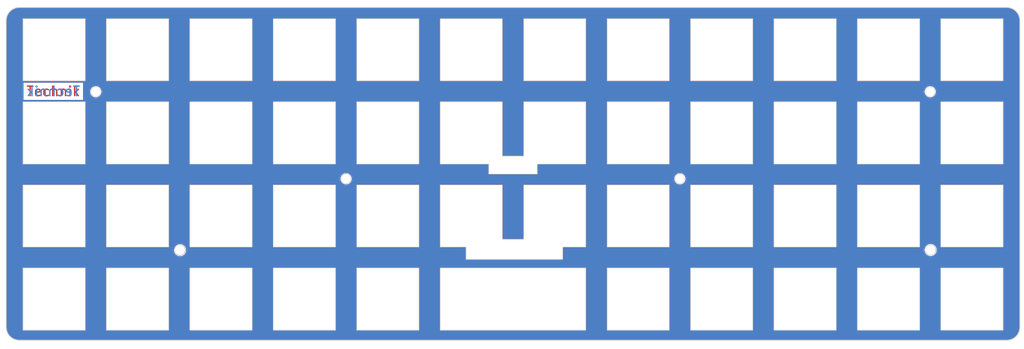
<source format=kicad_pcb>
(kicad_pcb (version 20221018) (generator pcbnew)
  (layers (0 "F.Cu" signal) (31 "B.Cu" signal) (34 "B.Paste" user) (35 "F.Paste" user) (36 "B.SilkS" user "B.Silkscreen") (37 "F.SilkS" user "F.Silkscreen") (38 "B.Mask" user) (39 "F.Mask" user) (44 "Edge.Cuts" user))
  (net 0 "")
  (footprint "MountingHole:MountingHole_2.1mm" (layer "F.Cu") (at 33.50132 32.29708)
    (fp_text reference "REF**")
    (fp_text value "MountingHole_2.1mm")
    (pad "" thru_hole circle (at 0 0) (size 2.2 2.2) (drill 2.1) (layers "*.Cu" "*.Mask"))
  )
  (footprint "MountingHole:MountingHole_2.1mm" (layer "F.Cu") (at 166.85132 52.21068)
    (fp_text reference "REF**")
    (fp_text value "MountingHole_2.1mm")
    (pad "" thru_hole circle (at 0 0) (size 2.2 2.2) (drill 2.1) (layers "*.Cu" "*.Mask"))
  )
  (footprint "MountingHole:MountingHole_2.1mm" (layer "F.Cu") (at 224.10292 68.49208)
    (fp_text reference "REF**")
    (fp_text value "MountingHole_2.1mm")
    (pad "" thru_hole circle (at 0 0) (size 2.4 2.4) (drill 2.3) (layers "*.Cu" "*.Mask"))
  )
  (footprint "MountingHole:MountingHole_2.1mm" (layer "F.Cu") (at 224.00132 32.29708)
    (fp_text reference "REF**")
    (fp_text value "MountingHole_2.1mm")
    (pad "" thru_hole circle (at 0 0) (size 2.2 2.2) (drill 2.1) (layers "*.Cu" "*.Mask"))
  )
  (footprint "MountingHole:MountingHole_2.1mm" (layer "F.Cu") (at 90.65132 52.21068)
    (fp_text reference "REF**")
    (fp_text value "MountingHole_2.1mm")
    (pad "" thru_hole circle (at 0 0) (size 2.2 2.2) (drill 2.1) (layers "*.Cu" "*.Mask"))
  )
  (footprint "MountingHole:MountingHole_2.1mm" (layer "F.Cu") (at 52.74292 68.52388)
    (fp_text reference "REF**")
    (fp_text value "MountingHole_2.1mm")
    (pad "" thru_hole circle (at 0 0) (size 2.4 2.4) (drill 2.3) (layers "*.Cu" "*.Mask"))
  )
  (gr_line (start 107.25492 48.78248) (end 93.10492 48.78248) (stroke (width 0.1)) (layer "Edge.Cuts"))
  (gr_line (start 126.30492 47.05648) (end 131.20492 47.05648) (stroke (width 0.1)) (layer "Edge.Cuts"))
  (gr_line (start 93.10492 53.63248) (end 107.25492 53.63248) (stroke (width 0.1)) (layer "Edge.Cuts"))
  (gr_line (start 134.25292 48.78248) (end 134.24992 51.08368) (stroke (width 0.1)) (layer "Edge.Cuts"))
  (gr_line (start 240.60492 48.78248) (end 226.45492 48.78248) (stroke (width 0.1)) (layer "Edge.Cuts"))
  (gr_line (start 55.00492 53.63248) (end 69.15492 53.63248) (stroke (width 0.1)) (layer "Edge.Cuts"))
  (gr_line (start 145.35492 48.78248) (end 134.25292 48.78248) (stroke (width 0.1)) (layer "Edge.Cuts"))
  (gr_line (start 16.90492 72.63248) (end 31.05492 72.63248) (stroke (width 0.1)) (layer "Edge.Cuts"))
  (gr_line (start 35.95492 48.78248) (end 35.95492 34.63248) (stroke (width 0.1)) (layer "Edge.Cuts"))
  (gr_line (start 240.60492 72.63248) (end 240.60492 86.78248) (stroke (width 0.1)) (layer "Edge.Cuts"))
  (gr_line (start 164.40492 29.78248) (end 150.25492 29.78248) (stroke (width 0.1)) (layer "Edge.Cuts"))
  (gr_arc (start 244.46538 86.1237) (mid 243.5867 88.24502) (end 241.46538 89.1237) (stroke (width 0.2)) (layer "Edge.Cuts"))
  (gr_line (start 202.50492 67.78248) (end 188.35492 67.78248) (stroke (width 0.1)) (layer "Edge.Cuts"))
  (gr_arc (start 13.04538 16.0237) (mid 13.92406 13.90238) (end 16.04538 13.0237) (stroke (width 0.2)) (layer "Edge.Cuts"))
  (gr_line (start 221.55492 15.63248) (end 221.55492 29.78248) (stroke (width 0.1)) (layer "Edge.Cuts"))
  (gr_line (start 31.05492 67.78248) (end 16.90492 67.78248) (stroke (width 0.1)) (layer "Edge.Cuts"))
  (gr_line (start 16.90492 67.78248) (end 16.90492 53.63248) (stroke (width 0.1)) (layer "Edge.Cuts"))
  (gr_line (start 69.15492 86.78248) (end 55.00492 86.78248) (stroke (width 0.1)) (layer "Edge.Cuts"))
  (gr_line (start 183.45492 48.78248) (end 169.30492 48.78248) (stroke (width 0.1)) (layer "Edge.Cuts"))
  (gr_line (start 69.15492 15.63248) (end 69.15492 29.78248) (stroke (width 0.1)) (layer "Edge.Cuts"))
  (gr_line (start 188.35492 86.78248) (end 188.35492 72.63248) (stroke (width 0.1)) (layer "Edge.Cuts"))
  (gr_line (start 150.25492 86.78248) (end 150.25492 72.63248) (stroke (width 0.1)) (layer "Edge.Cuts"))
  (gr_line (start 183.45492 67.78248) (end 169.30492 67.78248) (stroke (width 0.1)) (layer "Edge.Cuts"))
  (gr_line (start 221.55492 86.78248) (end 207.40492 86.78248) (stroke (width 0.1)) (layer "Edge.Cuts"))
  (gr_line (start 202.50492 53.63248) (end 202.50492 67.78248) (stroke (width 0.1)) (layer "Edge.Cuts"))
  (gr_line (start 169.30492 67.78248) (end 169.30492 53.63248) (stroke (width 0.1)) (layer "Edge.Cuts"))
  (gr_line (start 207.40492 34.63248) (end 221.55492 34.63248) (stroke (width 0.1)) (layer "Edge.Cuts"))
  (gr_circle (center 224.00538 32.2987) (end 225.00538 32.2987) (stroke (width 0.2)) (fill none) (layer "Edge.Cuts"))
  (gr_circle (center 33.50538 32.2987) (end 34.50538 32.2987) (stroke (width 0.2)) (fill none) (layer "Edge.Cuts"))
  (gr_line (start 88.20492 72.63248) (end 88.20492 86.78248) (stroke (width 0.1)) (layer "Edge.Cuts"))
  (gr_line (start 226.45492 86.78248) (end 226.45492 72.63248) (stroke (width 0.1)) (layer "Edge.Cuts"))
  (gr_line (start 240.60492 67.78248) (end 226.45492 67.78248) (stroke (width 0.1)) (layer "Edge.Cuts"))
  (gr_line (start 50.10492 29.78248) (end 35.95492 29.78248) (stroke (width 0.1)) (layer "Edge.Cuts"))
  (gr_line (start 145.35492 15.63248) (end 145.35492 29.78248) (stroke (width 0.1)) (layer "Edge.Cuts"))
  (gr_line (start 74.05492 72.63248) (end 88.20492 72.63248) (stroke (width 0.1)) (layer "Edge.Cuts"))
  (gr_line (start 31.05492 86.78248) (end 16.90492 86.78248) (stroke (width 0.1)) (layer "Edge.Cuts"))
  (gr_line (start 226.45492 34.63248) (end 240.60492 34.63248) (stroke (width 0.1)) (layer "Edge.Cuts"))
  (gr_line (start 169.30492 48.78248) (end 169.30492 34.63248) (stroke (width 0.1)) (layer "Edge.Cuts"))
  (gr_line (start 126.30492 53.63248) (end 126.30492 66.05648) (stroke (width 0.1)) (layer "Edge.Cuts"))
  (gr_line (start 169.30492 29.78248) (end 169.30492 15.63248) (stroke (width 0.1)) (layer "Edge.Cuts"))
  (gr_line (start 107.25492 15.63248) (end 107.25492 29.78248) (stroke (width 0.1)) (layer "Edge.Cuts"))
  (gr_line (start 69.15492 53.63248) (end 69.15492 67.78248) (stroke (width 0.1)) (layer "Edge.Cuts"))
  (gr_line (start 183.45492 72.63248) (end 183.45492 86.78248) (stroke (width 0.1)) (layer "Edge.Cuts"))
  (gr_line (start 35.95492 53.63248) (end 50.10492 53.63248) (stroke (width 0.1)) (layer "Edge.Cuts"))
  (gr_line (start 164.40492 86.78248) (end 150.25492 86.78248) (stroke (width 0.1)) (layer "Edge.Cuts"))
  (gr_line (start 93.10492 67.78248) (end 93.10492 53.63248) (stroke (width 0.1)) (layer "Edge.Cuts"))
  (gr_line (start 145.35492 67.78248) (end 140.05292 67.78088) (stroke (width 0.1)) (layer "Edge.Cuts"))
  (gr_line (start 50.10492 67.78248) (end 35.95492 67.78248) (stroke (width 0.1)) (layer "Edge.Cuts"))
  (gr_line (start 126.30492 34.63248) (end 126.30492 47.05648) (stroke (width 0.1)) (layer "Edge.Cuts"))
  (gr_line (start 188.35492 53.63248) (end 202.50492 53.63248) (stroke (width 0.1)) (layer "Edge.Cuts"))
  (gr_line (start 202.50492 34.63248) (end 202.50492 48.78248) (stroke (width 0.1)) (layer "Edge.Cuts"))
  (gr_line (start 244.46538 86.1237) (end 244.46538 16.0237) (stroke (width 0.2)) (layer "Edge.Cuts"))
  (gr_line (start 188.35492 72.63248) (end 202.50492 72.63248) (stroke (width 0.1)) (layer "Edge.Cuts"))
  (gr_line (start 55.00492 72.63248) (end 69.15492 72.63248) (stroke (width 0.1)) (layer "Edge.Cuts"))
  (gr_line (start 164.40492 53.63248) (end 164.40492 67.78248) (stroke (width 0.1)) (layer "Edge.Cuts"))
  (gr_line (start 140.04992 70.58248) (end 140.05292 67.78088) (stroke (width 0.1)) (layer "Edge.Cuts"))
  (gr_line (start 50.10492 15.63248) (end 50.10492 29.78248) (stroke (width 0.1)) (layer "Edge.Cuts"))
  (gr_line (start 226.45492 72.63248) (end 240.60492 72.63248) (stroke (width 0.1)) (layer "Edge.Cuts"))
  (gr_line (start 88.20492 48.78248) (end 74.05492 48.78248) (stroke (width 0.1)) (layer "Edge.Cuts"))
  (gr_line (start 131.20492 29.78248) (end 131.20492 15.63248) (stroke (width 0.1)) (layer "Edge.Cuts"))
  (gr_line (start 93.10492 72.63248) (end 107.25492 72.63248) (stroke (width 0.1)) (layer "Edge.Cuts"))
  (gr_line (start 107.25492 67.78248) (end 93.10492 67.78248) (stroke (width 0.1)) (layer "Edge.Cuts"))
  (gr_line (start 112.15492 29.78248) (end 112.15492 15.63248) (stroke (width 0.1)) (layer "Edge.Cuts"))
  (gr_line (start 74.05492 67.78248) (end 74.05492 53.63248) (stroke (width 0.1)) (layer "Edge.Cuts"))
  (gr_line (start 112.15492 86.78248) (end 112.15492 72.63248) (stroke (width 0.1)) (layer "Edge.Cuts"))
  (gr_line (start 207.40492 15.63248) (end 221.55492 15.63248) (stroke (width 0.1)) (layer "Edge.Cuts"))
  (gr_line (start 169.30492 86.78248) (end 169.30492 72.63248) (stroke (width 0.1)) (layer "Edge.Cuts"))
  (gr_line (start 221.55492 72.63248) (end 221.55492 86.78248) (stroke (width 0.1)) (layer "Edge.Cuts"))
  (gr_line (start 69.15492 29.78248) (end 55.00492 29.78248) (stroke (width 0.1)) (layer "Edge.Cuts"))
  (gr_line (start 150.25492 34.63248) (end 164.40492 34.63248) (stroke (width 0.1)) (layer "Edge.Cuts"))
  (gr_line (start 188.35492 15.63248) (end 202.50492 15.63248) (stroke (width 0.1)) (layer "Edge.Cuts"))
  (gr_line (start 126.30492 29.78248) (end 112.15492 29.78248) (stroke (width 0.1)) (layer "Edge.Cuts"))
  (gr_circle (center 52.55538 68.3987) (end 53.55538 68.3987) (stroke (width 0.2)) (fill none) (layer "Edge.Cuts"))
  (gr_line (start 55.00492 34.63248) (end 69.15492 34.63248) (stroke (width 0.1)) (layer "Edge.Cuts"))
  (gr_line (start 69.15492 72.63248) (end 69.15492 86.78248) (stroke (width 0.1)) (layer "Edge.Cuts"))
  (gr_line (start 93.10492 48.78248) (end 93.10492 34.63248) (stroke (width 0.1)) (layer "Edge.Cuts"))
  (gr_line (start 240.60492 86.78248) (end 226.45492 86.78248) (stroke (width 0.1)) (layer "Edge.Cuts"))
  (gr_line (start 112.15492 15.63248) (end 126.30492 15.63248) (stroke (width 0.1)) (layer "Edge.Cuts"))
  (gr_line (start 93.10492 29.78248) (end 93.10492 15.63248) (stroke (width 0.1)) (layer "Edge.Cuts"))
  (gr_line (start 88.20492 34.63248) (end 88.20492 48.78248) (stroke (width 0.1)) (layer "Edge.Cuts"))
  (gr_line (start 221.55492 48.78248) (end 207.40492 48.78248) (stroke (width 0.1)) (layer "Edge.Cuts"))
  (gr_line (start 88.20492 15.63248) (end 88.20492 29.78248) (stroke (width 0.1)) (layer "Edge.Cuts"))
  (gr_line (start 107.25492 86.78248) (end 93.10492 86.78248) (stroke (width 0.1)) (layer "Edge.Cuts"))
  (gr_line (start 134.24992 51.08368) (end 123.24992 51.08368) (stroke (width 0.1)) (layer "Edge.Cuts"))
  (gr_line (start 240.60492 29.78248) (end 226.45492 29.78248) (stroke (width 0.1)) (layer "Edge.Cuts"))
  (gr_line (start 240.60492 53.63248) (end 240.60492 67.78248) (stroke (width 0.1)) (layer "Edge.Cuts"))
  (gr_line (start 123.24992 51.08368) (end 123.25292 48.78248) (stroke (width 0.1)) (layer "Edge.Cuts"))
  (gr_line (start 188.35492 67.78248) (end 188.35492 53.63248) (stroke (width 0.1)) (layer "Edge.Cuts"))
  (gr_line (start 150.25492 29.78248) (end 150.25492 15.63248) (stroke (width 0.1)) (layer "Edge.Cuts"))
  (gr_line (start 74.05492 15.63248) (end 88.20492 15.63248) (stroke (width 0.1)) (layer "Edge.Cuts"))
  (gr_line (start 107.25492 53.63248) (end 107.25492 67.78248) (stroke (width 0.1)) (layer "Edge.Cuts"))
  (gr_line (start 74.05492 86.78248) (end 74.05492 72.63248) (stroke (width 0.1)) (layer "Edge.Cuts"))
  (gr_line (start 35.95492 86.78248) (end 35.95492 72.63248) (stroke (width 0.1)) (layer "Edge.Cuts"))
  (gr_line (start 88.20492 86.78248) (end 74.05492 86.78248) (stroke (width 0.1)) (layer "Edge.Cuts"))
  (gr_line (start 69.15492 67.78248) (end 55.00492 67.78248) (stroke (width 0.1)) (layer "Edge.Cuts"))
  (gr_line (start 112.15492 48.78248) (end 112.15492 34.63248) (stroke (width 0.1)) (layer "Edge.Cuts"))
  (gr_line (start 202.50492 48.78248) (end 188.35492 48.78248) (stroke (width 0.1)) (layer "Edge.Cuts"))
  (gr_line (start 16.04538 89.1237) (end 241.46538 89.1237) (stroke (width 0.2)) (layer "Edge.Cuts"))
  (gr_line (start 35.95492 72.63248) (end 50.10492 72.63248) (stroke (width 0.1)) (layer "Edge.Cuts"))
  (gr_line (start 169.30492 15.63248) (end 183.45492 15.63248) (stroke (width 0.1)) (layer "Edge.Cuts"))
  (gr_circle (center 166.85538 52.1987) (end 167.85538 52.1987) (stroke (width 0.2)) (fill none) (layer "Edge.Cuts"))
  (gr_line (start 226.45492 15.63248) (end 240.60492 15.63248) (stroke (width 0.1)) (layer "Edge.Cuts"))
  (gr_line (start 31.05492 15.63248) (end 31.05492 29.78248) (stroke (width 0.1)) (layer "Edge.Cuts"))
  (gr_line (start 35.95492 67.78248) (end 35.95492 53.63248) (stroke (width 0.1)) (layer "Edge.Cuts"))
  (gr_line (start 118.04992 70.58248) (end 118.05292 67.78088) (stroke (width 0.1)) (layer "Edge.Cuts"))
  (gr_line (start 164.40492 67.78248) (end 150.25492 67.78248) (stroke (width 0.1)) (layer "Edge.Cuts"))
  (gr_circle (center 90.65538 52.1987) (end 91.65538 52.1987) (stroke (width 0.2)) (fill none) (layer "Edge.Cuts"))
  (gr_line (start 207.40492 67.78248) (end 207.40492 53.63248) (stroke (width 0.1)) (layer "Edge.Cuts"))
  (gr_line (start 164.40492 72.63248) (end 164.40492 86.78248) (stroke (width 0.1)) (layer "Edge.Cuts"))
  (gr_line (start 16.90492 86.78248) (end 16.90492 72.63248) (stroke (width 0.1)) (layer "Edge.Cuts"))
  (gr_line (start 126.30492 15.63248) (end 126.30492 29.78248) (stroke (width 0.1)) (layer "Edge.Cuts"))
  (gr_line (start 16.90492 48.78248) (end 16.90492 34.63248) (stroke (width 0.1)) (layer "Edge.Cuts"))
  (gr_line (start 93.10492 34.63248) (end 107.25492 34.63248) (stroke (width 0.1)) (layer "Edge.Cuts"))
  (gr_line (start 183.45492 53.63248) (end 183.45492 67.78248) (stroke (width 0.1)) (layer "Edge.Cuts"))
  (gr_line (start 131.20492 15.63248) (end 145.35492 15.63248) (stroke (width 0.1)) (layer "Edge.Cuts"))
  (gr_line (start 55.00492 29.78248) (end 55.00492 15.63248) (stroke (width 0.1)) (layer "Edge.Cuts"))
  (gr_line (start 112.15492 67.78248) (end 112.15492 53.63248) (stroke (width 0.1)) (layer "Edge.Cuts"))
  (gr_line (start 35.95492 29.78248) (end 35.95492 15.63248) (stroke (width 0.1)) (layer "Edge.Cuts"))
  (gr_line (start 35.95492 34.63248) (end 50.10492 34.63248) (stroke (width 0.1)) (layer "Edge.Cuts"))
  (gr_line (start 107.25492 72.63248) (end 107.25492 86.78248) (stroke (width 0.1)) (layer "Edge.Cuts"))
  (gr_line (start 123.25292 48.78248) (end 112.15492 48.78248) (stroke (width 0.1)) (layer "Edge.Cuts"))
  (gr_line (start 88.20492 29.78248) (end 74.05492 29.78248) (stroke (width 0.1)) (layer "Edge.Cuts"))
  (gr_line (start 55.00492 48.78248) (end 55.00492 34.63248) (stroke (width 0.1)) (layer "Edge.Cuts"))
  (gr_line (start 31.05492 48.78248) (end 16.90492 48.78248) (stroke (width 0.1)) (layer "Edge.Cuts"))
  (gr_line (start 183.45492 34.63248) (end 183.45492 48.78248) (stroke (width 0.1)) (layer "Edge.Cuts"))
  (gr_line (start 74.05492 53.63248) (end 88.20492 53.63248) (stroke (width 0.1)) (layer "Edge.Cuts"))
  (gr_line (start 240.60492 15.63248) (end 240.60492 29.78248) (stroke (width 0.1)) (layer "Edge.Cuts"))
  (gr_line (start 74.05492 48.78248) (end 74.05492 34.63248) (stroke (width 0.1)) (layer "Edge.Cuts"))
  (gr_line (start 35.95492 15.63248) (end 50.10492 15.63248) (stroke (width 0.1)) (layer "Edge.Cuts"))
  (gr_line (start 131.20492 34.63248) (end 145.35492 34.63248) (stroke (width 0.1)) (layer "Edge.Cuts"))
  (gr_line (start 69.15492 48.78248) (end 55.00492 48.78248) (stroke (width 0.1)) (layer "Edge.Cuts"))
  (gr_line (start 183.45492 86.78248) (end 169.30492 86.78248) (stroke (width 0.1)) (layer "Edge.Cuts"))
  (gr_line (start 112.15492 34.63248) (end 126.30492 34.63248) (stroke (width 0.1)) (layer "Edge.Cuts"))
  (gr_line (start 226.45492 53.63248) (end 240.60492 53.63248) (stroke (width 0.1)) (layer "Edge.Cuts"))
  (gr_line (start 145.35492 53.63248) (end 145.35492 67.78248) (stroke (width 0.1)) (layer "Edge.Cuts"))
  (gr_line (start 16.90492 15.63248) (end 31.05492 15.63248) (stroke (width 0.1)) (layer "Edge.Cuts"))
  (gr_line (start 169.30492 53.63248) (end 183.45492 53.63248) (stroke (width 0.1)) (layer "Edge.Cuts"))
  (gr_line (start 207.40492 86.78248) (end 207.40492 72.63248) (stroke (width 0.1)) (layer "Edge.Cuts"))
  (gr_line (start 221.55492 29.78248) (end 207.40492 29.78248) (stroke (width 0.1)) (layer "Edge.Cuts"))
  (gr_line (start 202.50492 15.63248) (end 202.50492 29.78248) (stroke (width 0.1)) (layer "Edge.Cuts"))
  (gr_line (start 202.50492 29.78248) (end 188.35492 29.78248) (stroke (width 0.1)) (layer "Edge.Cuts"))
  (gr_line (start 202.50492 86.78248) (end 188.35492 86.78248) (stroke (width 0.1)) (layer "Edge.Cuts"))
  (gr_line (start 16.90492 34.63248) (end 31.05492 34.63248) (stroke (width 0.1)) (layer "Edge.Cuts"))
  (gr_line (start 112.15492 53.63248) (end 126.30492 53.63248) (stroke (width 0.1)) (layer "Edge.Cuts"))
  (gr_arc (start 16.04538 89.1237) (mid 13.92406 88.24502) (end 13.04538 86.1237) (stroke (width 0.2)) (layer "Edge.Cuts"))
  (gr_line (start 221.55492 53.63248) (end 221.55492 67.78248) (stroke (width 0.1)) (layer "Edge.Cuts"))
  (gr_line (start 74.05492 34.63248) (end 88.20492 34.63248) (stroke (width 0.1)) (layer "Edge.Cuts"))
  (gr_line (start 207.40492 53.63248) (end 221.55492 53.63248) (stroke (width 0.1)) (layer "Edge.Cuts"))
  (gr_line (start 131.20492 53.63248) (end 145.35492 53.63248) (stroke (width 0.1)) (layer "Edge.Cuts"))
  (gr_line (start 221.55492 67.78248) (end 207.40492 67.78248) (stroke (width 0.1)) (layer "Edge.Cuts"))
  (gr_line (start 150.25492 48.78248) (end 150.25492 34.63248) (stroke (width 0.1)) (layer "Edge.Cuts"))
  (gr_line (start 31.05492 53.63248) (end 31.05492 67.78248) (stroke (width 0.1)) (layer "Edge.Cuts"))
  (gr_line (start 74.05492 29.78248) (end 74.05492 15.63248) (stroke (width 0.1)) (layer "Edge.Cuts"))
  (gr_line (start 226.45492 67.78248) (end 226.45492 53.63248) (stroke (width 0.1)) (layer "Edge.Cuts"))
  (gr_line (start 150.25492 72.63248) (end 164.40492 72.63248) (stroke (width 0.1)) (layer "Edge.Cuts"))
  (gr_line (start 226.45492 48.78248) (end 226.45492 34.63248) (stroke (width 0.1)) (layer "Edge.Cuts"))
  (gr_line (start 131.20492 47.05648) (end 131.20492 34.63248) (stroke (width 0.1)) (layer "Edge.Cuts"))
  (gr_line (start 50.10492 48.78248) (end 35.95492 48.78248) (stroke (width 0.1)) (layer "Edge.Cuts"))
  (gr_line (start 145.35492 72.63248) (end 145.35492 86.78248) (stroke (width 0.1)) (layer "Edge.Cuts"))
  (gr_line (start 221.55492 34.63248) (end 221.55492 48.78248) (stroke (width 0.1)) (layer "Edge.Cuts"))
  (gr_line (start 188.35492 34.63248) (end 202.50492 34.63248) (stroke (width 0.1)) (layer "Edge.Cuts"))
  (gr_line (start 112.15492 72.63248) (end 145.35492 72.63248) (stroke (width 0.1)) (layer "Edge.Cuts"))
  (gr_line (start 202.50492 72.63248) (end 202.50492 86.78248) (stroke (width 0.1)) (layer "Edge.Cuts"))
  (gr_line (start 145.35492 34.63248) (end 145.35492 48.78248) (stroke (width 0.1)) (layer "Edge.Cuts"))
  (gr_line (start 88.20492 67.78248) (end 74.05492 67.78248) (stroke (width 0.1)) (layer "Edge.Cuts"))
  (gr_line (start 164.40492 34.63248) (end 164.40492 48.78248) (stroke (width 0.1)) (layer "Edge.Cuts"))
  (gr_line (start 16.90492 29.78248) (end 16.90492 15.63248) (stroke (width 0.1)) (layer "Edge.Cuts"))
  (gr_line (start 31.05492 29.78248) (end 16.90492 29.78248) (stroke (width 0.1)) (layer "Edge.Cuts"))
  (gr_line (start 207.40492 29.78248) (end 207.40492 15.63248) (stroke (width 0.1)) (layer "Edge.Cuts"))
  (gr_line (start 50.10492 86.78248) (end 35.95492 86.78248) (stroke (width 0.1)) (layer "Edge.Cuts"))
  (gr_line (start 118.05292 67.78088) (end 112.15492 67.78248) (stroke (width 0.1)) (layer "Edge.Cuts"))
  (gr_line (start 129.04992 70.58248) (end 118.04992 70.58248) (stroke (width 0.1)) (layer "Edge.Cuts"))
  (gr_line (start 107.25492 29.78248) (end 93.10492 29.78248) (stroke (width 0.1)) (layer "Edge.Cuts"))
  (gr_line (start 183.45492 29.78248) (end 169.30492 29.78248) (stroke (width 0.1)) (layer "Edge.Cuts"))
  (gr_line (start 140.04992 70.58248) (end 129.04992 70.58248) (stroke (width 0.1)) (layer "Edge.Cuts"))
  (gr_line (start 13.04538 16.0237) (end 13.04538 86.1237) (stroke (width 0.2)) (layer "Edge.Cuts"))
  (gr_line (start 69.15492 34.63248) (end 69.15492 48.78248) (stroke (width 0.1)) (layer "Edge.Cuts"))
  (gr_line (start 50.10492 34.63248) (end 50.10492 48.78248) (stroke (width 0.1)) (layer "Edge.Cuts"))
  (gr_line (start 93.10492 15.63248) (end 107.25492 15.63248) (stroke (width 0.1)) (layer "Edge.Cuts"))
  (gr_line (start 169.30492 72.63248) (end 183.45492 72.63248) (stroke (width 0.1)) (layer "Edge.Cuts"))
  (gr_line (start 164.40492 15.63248) (end 164.40492 29.78248) (stroke (width 0.1)) (layer "Edge.Cuts"))
  (gr_line (start 145.35492 29.78248) (end 131.20492 29.78248) (stroke (width 0.1)) (layer "Edge.Cuts"))
  (gr_line (start 55.00492 86.78248) (end 55.00492 72.63248) (stroke (width 0.1)) (layer "Edge.Cuts"))
  (gr_line (start 164.40492 48.78248) (end 150.25492 48.78248) (stroke (width 0.1)) (layer "Edge.Cuts"))
  (gr_line (start 150.25492 67.78248) (end 150.25492 53.63248) (stroke (width 0.1)) (layer "Edge.Cuts"))
  (gr_line (start 55.00492 67.78248) (end 55.00492 53.63248) (stroke (width 0.1)) (layer "Edge.Cuts"))
  (gr_line (start 31.05492 34.63248) (end 31.05492 48.78248) (stroke (width 0.1)) (layer "Edge.Cuts"))
  (gr_line (start 207.40492 48.78248) (end 207.40492 34.63248) (stroke (width 0.1)) (layer "Edge.Cuts"))
  (gr_line (start 150.25492 15.63248) (end 164.40492 15.63248) (stroke (width 0.1)) (layer "Edge.Cuts"))
  (gr_line (start 145.35492 86.78248) (end 112.15492 86.78248) (stroke (width 0.1)) (layer "Edge.Cuts"))
  (gr_line (start 31.05492 72.63248) (end 31.05492 86.78248) (stroke (width 0.1)) (layer "Edge.Cuts"))
  (gr_line (start 126.30492 66.05648) (end 131.20492 66.05648) (stroke (width 0.1)) (layer "Edge.Cuts"))
  (gr_line (start 131.20492 66.05648) (end 131.20492 53.63248) (stroke (width 0.1)) (layer "Edge.Cuts"))
  (gr_arc (start 241.46538 13.0237) (mid 243.5867 13.90238) (end 244.46538 16.0237) (stroke (width 0.2)) (layer "Edge.Cuts"))
  (gr_line (start 240.60492 34.63248) (end 240.60492 48.78248) (stroke (width 0.1)) (layer "Edge.Cuts"))
  (gr_line (start 50.10492 53.63248) (end 50.10492 67.78248) (stroke (width 0.1)) (layer "Edge.Cuts"))
  (gr_line (start 241.46538 13.0237) (end 16.04538 13.0237) (stroke (width 0.2)) (layer "Edge.Cuts"))
  (gr_line (start 226.45492 29.78248) (end 226.45492 15.63248) (stroke (width 0.1)) (layer "Edge.Cuts"))
  (gr_line (start 93.10492 86.78248) (end 93.10492 72.63248) (stroke (width 0.1)) (layer "Edge.Cuts"))
  (gr_circle (center 224.00538 68.3987) (end 225.00538 68.3987) (stroke (width 0.2)) (fill none) (layer "Edge.Cuts"))
  (gr_line (start 169.30492 34.63248) (end 183.45492 34.63248) (stroke (width 0.1)) (layer "Edge.Cuts"))
  (gr_line (start 16.90492 53.63248) (end 31.05492 53.63248) (stroke (width 0.1)) (layer "Edge.Cuts"))
  (gr_line (start 50.10492 72.63248) (end 50.10492 86.78248) (stroke (width 0.1)) (layer "Edge.Cuts"))
  (gr_line (start 188.35492 48.78248) (end 188.35492 34.63248) (stroke (width 0.1)) (layer "Edge.Cuts"))
  (gr_line (start 183.45492 15.63248) (end 183.45492 29.78248) (stroke (width 0.1)) (layer "Edge.Cuts"))
  (gr_line (start 88.20492 53.63248) (end 88.20492 67.78248) (stroke (width 0.1)) (layer "Edge.Cuts"))
  (gr_line (start 107.25492 34.63248) (end 107.25492 48.78248) (stroke (width 0.1)) (layer "Edge.Cuts"))
  (gr_line (start 207.40492 72.63248) (end 221.55492 72.63248) (stroke (width 0.1)) (layer "Edge.Cuts"))
  (gr_line (start 55.00492 15.63248) (end 69.15492 15.63248) (stroke (width 0.1)) (layer "Edge.Cuts"))
  (gr_line (start 150.25492 53.63248) (end 164.40492 53.63248) (stroke (width 0.1)) (layer "Edge.Cuts"))
  (gr_line (start 188.35492 29.78248) (end 188.35492 15.63248) (stroke (width 0.1)) (layer "Edge.Cuts"))
  (gr_text "Technik" (at 23.79992 32.20248) (layer "F.Cu") (effects (font (size 2.2 2.2) (thickness 0.3))))
  (gr_text "Technik" (at 23.79992 32.20248) (layer "B.Cu") (effects (font (size 2.2 2.2) (thickness 0.3)) (justify mirror)))
  (zone (net 0) (net_name "") (layers "F&B.Cu") (connect_pads no (clearance 0.2)) (min_thickness 0.254) (fill yes (thermal_gap 0.254) (thermal_bridge_width 0.254))
    (polygon (pts (xy 12.45492 12.33248) (xy 11.62992 89.53248) (xy 245.27992 89.70748) (xy 245.42992 12.43248)))
  )
)
</source>
